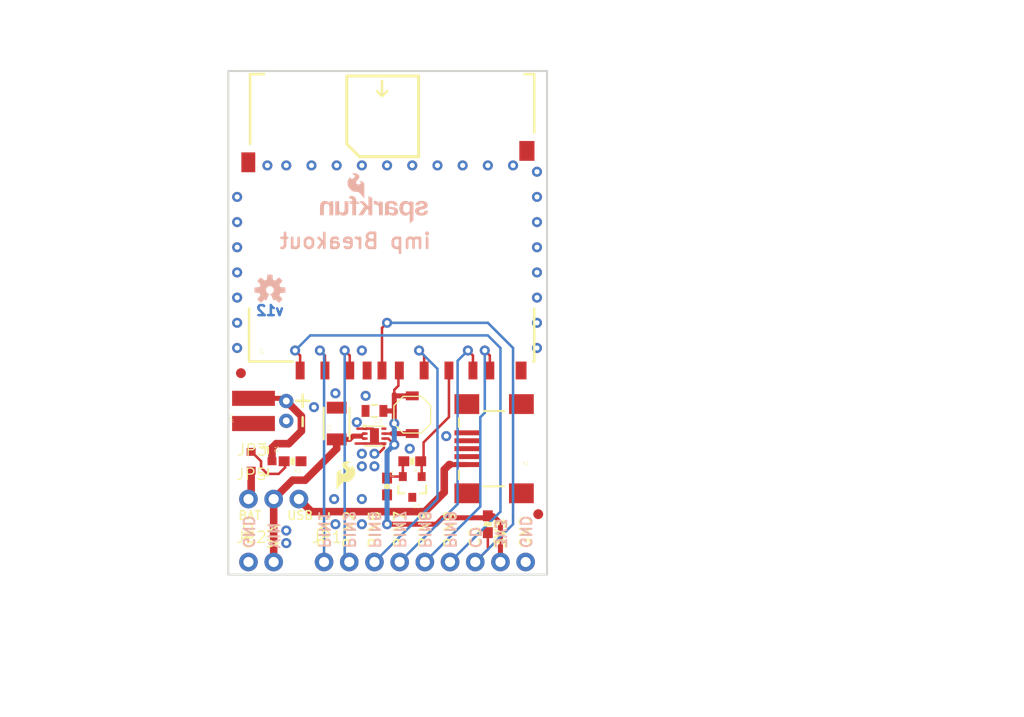
<source format=kicad_pcb>
(kicad_pcb (version 20211014) (generator pcbnew)
  (layers (0 "F.Cu" signal) (31 "B.Cu" signal) (34 "B.Paste" user) (35 "F.Paste" user) (36 "B.SilkS" user "B.Silkscreen") (37 "F.SilkS" user "F.Silkscreen") (38 "B.Mask" user) (39 "F.Mask" user) (44 "Edge.Cuts" user))
  (net 0 "")
  (net 1 "GND")
  (net 2 "3.3V")
  (net 3 "ID")
  (net 4 "VIN")
  (net 5 "PIN1")
  (net 6 "PIN2")
  (net 7 "PIN5")
  (net 8 "PIN7")
  (net 9 "PIN8")
  (net 10 "PIN9")
  (net 11 "CD")
  (net 12 "N$1")
  (net 13 "VUSB")
  (net 14 "N$6")
  (net 15 "N$2")
  (net 16 "VBAT")
  (footprint "boardEagle:USB-MINIB" (layer "F.Cu") (at 158.9786 117.7036 180)
    (fp_text reference "X1" (at -3.81 -1.27 180) (layer "F.SilkS") (effects (font (size 0.373888 0.373888) (thickness 0.032512)) (justify right top)))
    (fp_text value "USBSMD")
    (fp_line (start 3.3 2.2) (end 3.3 3.1) (layer "F.SilkS") (width 0.2032))
    (fp_line (start -1.3 -3.8) (end 0.8 -3.8) (layer "F.SilkS") (width 0.2032))
    (fp_line (start 3.3 -3.1) (end 3.3 -2.2) (layer "F.SilkS") (width 0.2032))
    (fp_line (start 0.8 3.8) (end -1.3 3.8) (layer "F.SilkS") (width 0.2032))
    (pad "" np_thru_hole circle (at 0 -2.2 180) (size 0.9 0.9) (drill 0.9) (layers *.Cu *.Mask))
    (pad "" np_thru_hole circle (at 0 2.2 180) (size 0.9 0.9) (drill 0.9) (layers *.Cu *.Mask))
    (pad "D+" smd rect (at 2.5 0 180) (size 2.5 0.5) (layers "F.Cu" "F.Paste" "F.Mask"))
    (pad "D-" smd rect (at 2.5 -0.8 180) (size 2.5 0.5) (layers "F.Cu" "F.Paste" "F.Mask"))
    (pad "GND" smd rect (at 2.5 1.6 180) (size 2.5 0.5) (layers "F.Cu" "F.Paste" "F.Mask") (net 1 "GND"))
    (pad "ID" smd rect (at 2.5 0.8 180) (size 2.5 0.5) (layers "F.Cu" "F.Paste" "F.Mask"))
    (pad "MTN1" smd rect (at -3 -4.5 180) (size 2.5 2) (layers "F.Cu" "F.Paste" "F.Mask"))
    (pad "MTN2" smd rect (at 2.5 -4.5 180) (size 2.5 2) (layers "F.Cu" "F.Paste" "F.Mask"))
    (pad "MTN3" smd rect (at -3 4.5 180) (size 2.5 2) (layers "F.Cu" "F.Paste" "F.Mask"))
    (pad "MTN4" smd rect (at 2.5 4.5 180) (size 2.5 2) (layers "F.Cu" "F.Paste" "F.Mask"))
    (pad "VBUS" smd rect (at 2.5 -1.6 180) (size 2.5 0.5) (layers "F.Cu" "F.Paste" "F.Mask") (net 13 "VUSB"))
  )
  (footprint "boardEagle:1X09_NO_SILK" (layer "F.Cu") (at 142.0876 129.1336)
    (fp_text reference "JP1" (at -1.3462 -1.8288) (layer "F.SilkS") (effects (font (size 1.143 1.143) (thickness 0.127)) (justify left bottom)))
    (fp_text value "M09NO_SILK")
    (pad "1" thru_hole circle (at 0 0 90) (size 1.8796 1.8796) (drill 1.016) (layers *.Cu *.Mask) (net 5 "PIN1"))
    (pad "2" thru_hole circle (at 2.54 0 90) (size 1.8796 1.8796) (drill 1.016) (layers *.Cu *.Mask) (net 6 "PIN2"))
    (pad "3" thru_hole circle (at 5.08 0 90) (size 1.8796 1.8796) (drill 1.016) (layers *.Cu *.Mask) (net 7 "PIN5"))
    (pad "4" thru_hole circle (at 7.62 0 90) (size 1.8796 1.8796) (drill 1.016) (layers *.Cu *.Mask) (net 8 "PIN7"))
    (pad "5" thru_hole circle (at 10.16 0 90) (size 1.8796 1.8796) (drill 1.016) (layers *.Cu *.Mask) (net 9 "PIN8"))
    (pad "6" thru_hole circle (at 12.7 0 90) (size 1.8796 1.8796) (drill 1.016) (layers *.Cu *.Mask) (net 10 "PIN9"))
    (pad "7" thru_hole circle (at 15.24 0 90) (size 1.8796 1.8796) (drill 1.016) (layers *.Cu *.Mask) (net 11 "CD"))
    (pad "8" thru_hole circle (at 17.78 0 90) (size 1.8796 1.8796) (drill 1.016) (layers *.Cu *.Mask) (net 2 "3.3V"))
    (pad "9" thru_hole circle (at 20.32 0 90) (size 1.8796 1.8796) (drill 1.016) (layers *.Cu *.Mask) (net 1 "GND"))
  )
  (footprint "boardEagle:1X02_SMD" (layer "F.Cu") (at 134.9756 113.8936 180)
    (fp_text reference "JP3" (at -1.5 -3.27 180) (layer "F.SilkS") (effects (font (size 1.143 1.143) (thickness 0.127)) (justify right top)))
    (fp_text value "")
    (pad "1" smd rect (at 0 -1.27 180) (size 4.318 1.524) (layers "F.Cu" "F.Paste" "F.Mask") (net 1 "GND"))
    (pad "2" smd rect (at 0 1.27 180) (size 4.318 1.524) (layers "F.Cu" "F.Paste" "F.Mask") (net 16 "VBAT"))
  )
  (footprint "boardEagle:0603-RES" (layer "F.Cu") (at 150.9776 118.9736 180)
    (fp_text reference "R1" (at -0.889 -0.762 180) (layer "F.SilkS") (effects (font (size 0.373888 0.373888) (thickness 0.032512)) (justify right top)))
    (fp_text value "100k")
    (fp_poly (pts (xy -0.2286 0.381) (xy 0.2286 0.381) (xy 0.2286 -0.381) (xy -0.2286 -0.381)) (layer "F.SilkS") (width 0) (fill solid))
    (pad "1" smd rect (at -0.85 0 180) (size 1.1 1) (layers "F.Cu" "F.Paste" "F.Mask") (net 3 "ID"))
    (pad "2" smd rect (at 0.85 0 180) (size 1.1 1) (layers "F.Cu" "F.Paste" "F.Mask") (net 2 "3.3V"))
  )
  (footprint "boardEagle:0603-CAP" (layer "F.Cu") (at 148.4376 121.5136 -90)
    (fp_text reference "C4" (at -0.889 -0.762 -90) (layer "F.SilkS") (effects (font (size 0.373888 0.373888) (thickness 0.032512)) (justify left bottom)))
    (fp_text value "0.1uF")
    (fp_line (start 0 -0.0305) (end 0 0.0305) (layer "F.SilkS") (width 0.5588))
    (pad "1" smd rect (at -0.85 0 270) (size 1.1 1) (layers "F.Cu" "F.Paste" "F.Mask") (net 2 "3.3V"))
    (pad "2" smd rect (at 0.85 0 270) (size 1.1 1) (layers "F.Cu" "F.Paste" "F.Mask") (net 1 "GND"))
  )
  (footprint "boardEagle:SOT23-3" (layer "F.Cu") (at 150.9776 121.5136 180)
    (fp_text reference "U3" (at -0.8255 -1.778 180) (layer "F.SilkS") (effects (font (size 0.373888 0.373888) (thickness 0.032512)) (justify right top)))
    (fp_text value "ATSHA204-TSU")
    (fp_line (start -1.4 -0.7) (end -1.4 0.1) (layer "F.SilkS") (width 0.2032))
    (fp_line (start -0.8 -0.7) (end -1.4 -0.7) (layer "F.SilkS") (width 0.2032))
    (fp_line (start 1.4 -0.7) (end 1.4 0.1) (layer "F.SilkS") (width 0.2032))
    (fp_line (start 0.8 -0.7) (end 1.4 -0.7) (layer "F.SilkS") (width 0.2032))
    (pad "1" smd rect (at -0.95 1 180) (size 0.8 0.9) (layers "F.Cu" "F.Paste" "F.Mask") (net 3 "ID"))
    (pad "2" smd rect (at 0.95 1 180) (size 0.8 0.9) (layers "F.Cu" "F.Paste" "F.Mask") (net 2 "3.3V"))
    (pad "3" smd rect (at 0 -1.1 180) (size 0.8 0.9) (layers "F.Cu" "F.Paste" "F.Mask") (net 1 "GND"))
  )
  (footprint "boardEagle:FIDUCIAL-1X2" (layer "F.Cu") (at 163.6776 124.3076)
    (fp_text reference "FID2" hide)
    (fp_text value "FIDUCIAL1X2" hide)
    (pad "1" smd roundrect (at 0 0) (size 1 1) (layers "F.Cu" "F.Mask") (roundrect_rratio 0.5))
  )
  (footprint "boardEagle:JST-2-PTH-NS" (layer "F.Cu") (at 138.2776 113.8936 90)
    (fp_text reference "JP4" (at -1.27 -5.27 90) (layer "F.SilkS") (effects (font (size 0.373888 0.373888) (thickness 0.032512)) (justify left bottom)))
    (fp_text value "")
    (pad "1" thru_hole circle (at -1 0 90) (size 1.4478 1.4478) (drill 0.7) (layers *.Cu *.Mask) (net 1 "GND"))
    (pad "2" thru_hole circle (at 1 0 90) (size 1.4478 1.4478) (drill 0.7) (layers *.Cu *.Mask) (net 16 "VBAT"))
  )
  (footprint "boardEagle:WSON-8-PAD" (layer "F.Cu") (at 147.1676 116.4336 -90)
    (fp_text reference "U2" hide)
    (fp_text value "TPS62172" hide)
    (fp_line (start -1 -1) (end -1 1) (layer "F.SilkS") (width 0.127))
    (fp_line (start 1 -1) (end 1 1) (layer "F.SilkS") (width 0.127))
    (fp_circle (center -1 1) (end -0.95 1) (layer "F.SilkS") (width 0.127) (fill none))
    (pad "1" smd rect (at -0.75 0.95 270) (size 0.25 0.5) (layers "F.Cu" "F.Paste" "F.Mask") (net 1 "GND"))
    (pad "2" smd rect (at -0.25 0.95 270) (size 0.25 0.5) (layers "F.Cu" "F.Paste" "F.Mask") (net 4 "VIN"))
    (pad "3" smd rect (at 0.25 0.95 270) (size 0.25 0.5) (layers "F.Cu" "F.Paste" "F.Mask") (net 4 "VIN"))
    (pad "4" smd rect (at 0.75 0.95 270) (size 0.25 0.5) (layers "F.Cu" "F.Paste" "F.Mask") (net 1 "GND"))
    (pad "5" smd rect (at 0.75 -0.95 270) (size 0.25 0.5) (layers "F.Cu" "F.Paste" "F.Mask") (net 1 "GND"))
    (pad "6" smd rect (at 0.25 -0.95 270) (size 0.25 0.5) (layers "F.Cu" "F.Paste" "F.Mask") (net 2 "3.3V"))
    (pad "7" smd rect (at -0.25 -0.95 270) (size 0.25 0.5) (layers "F.Cu" "F.Paste" "F.Mask") (net 12 "N$1"))
    (pad "8" smd rect (at -0.75 -0.95 270) (size 0.25 0.5) (layers "F.Cu" "F.Paste" "F.Mask"))
    (pad "PAD" smd rect (at 0 0 270) (size 1.6 0.9) (layers "F.Cu" "F.Mask") (net 1 "GND"))
  )
  (footprint "boardEagle:SFE-LOGO-FLAME" (layer "F.Cu") (at 143.3576 121.7676)
    (fp_text reference "JP6" hide)
    (fp_text value "LOGO-SFESK" hide)
    (fp_poly (pts (xy 1.126002 -2.808203) (xy 1.215449 -2.785829) (xy 1.228477 -2.780783) (xy 1.240149 -2.774875) (xy 1.25686 -2.766576) (xy 1.275552 -2.759834) (xy 1.371694 -2.7026) (xy 1.3793 -2.7026) (xy 1.3793 -2.6772) (xy 1.306833 -2.6772) (xy 1.208418 -2.657914) (xy 1.074855 -2.495286) (xy 1.079365 -2.436825) (xy 1.12809 -2.341869) (xy 1.204666 -2.265196) (xy 1.294069 -2.200638) (xy 1.369348 -2.168824) (xy 1.450737 -2.171632) (xy 1.458864 -2.174186) (xy 1.466257 -2.177389) (xy 1.530514 -2.236956) (xy 1.5368 -2.259812) (xy 1.5368 -2.377938) (xy 1.763707 -2.148127) (xy 1.868186 -1.856841) (xy 1.871603 -1.856894) (xy 1.87806 -1.650435) (xy 1.848857 -1.45742) (xy 1.785308 -1.272842) (xy 1.6663 -1.061578) (xy 1.6663 -1.080581) (xy 1.378131 -0.80901) (xy 0.982239 -0.6985) (xy 0.753005 -0.6985) (xy 0.716201 -0.692046) (xy 0.681776 -0.679592) (xy 0.496322 -0.541784) (xy -0.0126 0.03091) (xy -0.0126 -1.52077) (xy 0.060004 -1.761967) (xy 0.168295 -1.865489) (xy 0.307122 -1.917522) (xy 0.4039 -1.925089) (xy 0.499384 -1.917623) (xy 0.55991 -1.908099) (xy 0.557788 -1.884433) (xy 0.522216 -1.885242) (xy 0.501784 -1.876141) (xy 0.420519 -1.817154) (xy 0.400722 -1.79067) (xy 0.390395 -1.7285) (xy 0.400905 -1.665229) (xy 0.421405 -1.625174) (xy 0.452343 -1.592685) (xy 0.546535 -1.54355) (xy 0.652229 -1.531742) (xy 0.742768 -1.550084) (xy 0.82422 -1.589656) (xy 0.92203 -1.754659) (xy 0.907706 -1.848844) (xy 0.850914 -1.930401) (xy 0.584707 -2.263237) (xy 0.561667 -2.510855) (xy 0.627495 -2.621556) (xy 0.629042 -2.623103) (xy 0.778901 -2.74712) (xy 1.032676 -2.817064)) (layer "F.SilkS") (width 0) (fill solid))
  )
  (footprint "boardEagle:0603-RES" (layer "F.Cu") (at 158.5976 125.3236 90)
    (fp_text reference "R2" (at -0.889 -0.762 90) (layer "F.SilkS") (effects (font (size 0.373888 0.373888) (thickness 0.032512)) (justify left bottom)))
    (fp_text value "dnp")
    (fp_poly (pts (xy -0.2286 0.381) (xy 0.2286 0.381) (xy 0.2286 -0.381) (xy -0.2286 -0.381)) (layer "F.SilkS") (width 0) (fill solid))
    (pad "1" smd rect (at -0.85 0 90) (size 1.1 1) (layers "F.Cu" "F.Paste" "F.Mask") (net 11 "CD"))
    (pad "2" smd rect (at 0.85 0 90) (size 1.1 1) (layers "F.Cu" "F.Paste" "F.Mask") (net 2 "3.3V"))
  )
  (footprint "boardEagle:1X02_NO_SILK" (layer "F.Cu") (at 134.4676 129.1336)
    (fp_text reference "JP2" (at -1.3462 -1.8288) (layer "F.SilkS") (effects (font (size 1.143 1.143) (thickness 0.127)) (justify left bottom)))
    (fp_text value "")
    (pad "1" thru_hole circle (at 0 0 90) (size 1.8796 1.8796) (drill 1.016) (layers *.Cu *.Mask) (net 1 "GND"))
    (pad "2" thru_hole circle (at 2.54 0 90) (size 1.8796 1.8796) (drill 1.016) (layers *.Cu *.Mask) (net 4 "VIN"))
  )
  (footprint "boardEagle:SD_1_1" (layer "F.Cu") (at 148.9456 108.8136 90)
    (fp_text reference "U4" (at 0.54 -12.94 90) (layer "F.SilkS") (effects (font (size 0.373888 0.373888) (thickness 0.032512)) (justify left bottom)))
    (fp_text value "ELECTRIC_IMP")
    (fp_line (start -0.095 14.238) (end -0.095 14.327) (layer "F.SilkS") (width 0.254))
    (fp_line (start 21.849 -14.318) (end 28.888 -14.318) (layer "F.SilkS") (width 0.254))
    (fp_line (start -0.095 -10.019) (end -0.095 -14.418) (layer "F.SilkS") (width 0.254))
    (fp_line (start 28.888 14.327) (end 28.888 13.349) (layer "F.SilkS") (width 0.254))
    (fp_line (start 28.888 -14.318) (end 28.9 -12.9) (layer "F.SilkS") (width 0.254))
    (fp_line (start -0.095 14.327) (end 5.239 14.327) (layer "F.SilkS") (width 0.254))
    (fp_line (start -0.095 -14.418) (end 5.239 -14.418) (layer "F.SilkS") (width 0.254))
    (fp_line (start 23.011 14.327) (end 28.888 14.327) (layer "F.SilkS") (width 0.254))
    (pad "" np_thru_hole circle (at 23.3 12.32 90) (size 1.55 1.55) (drill 1.55) (layers *.Cu *.Mask))
    (pad "" np_thru_hole circle (at 23.3 -11.94 90) (size 1.55 1.55) (drill 1.55) (layers *.Cu *.Mask))
    (pad "1" smd rect (at -1 -6.77 90) (size 1.8 0.9) (layers "F.Cu" "F.Paste" "F.Mask") (net 5 "PIN1"))
    (pad "2" smd rect (at -1 -4.27 90) (size 1.8 0.9) (layers "F.Cu" "F.Paste" "F.Mask") (net 6 "PIN2"))
    (pad "3" smd rect (at -1 -2.52 90) (size 1.8 0.9) (layers "F.Cu" "F.Paste" "F.Mask") (net 1 "GND"))
    (pad "4" smd rect (at -1 0.73 90) (size 1.8 0.9) (layers "F.Cu" "F.Paste" "F.Mask") (net 2 "3.3V"))
    (pad "5" smd rect (at -1 3.23 90) (size 1.8 0.9) (layers "F.Cu" "F.Paste" "F.Mask") (net 7 "PIN5"))
    (pad "6" smd rect (at -1 5.73 90) (size 1.8 0.9) (layers "F.Cu" "F.Paste" "F.Mask") (net 3 "ID"))
    (pad "7" smd rect (at -1 8.15 90) (size 1.8 0.9) (layers "F.Cu" "F.Paste" "F.Mask") (net 8 "PIN7"))
    (pad "8" smd rect (at -1 9.85 90) (size 1.8 0.9) (layers "F.Cu" "F.Paste" "F.Mask") (net 9 "PIN8"))
    (pad "9" smd rect (at -1 -9.27 90) (size 1.8 0.9) (layers "F.Cu" "F.Paste" "F.Mask") (net 10 "PIN9"))
    (pad "CD" smd rect (at -1 -1.02 90) (size 1.8 0.9) (layers "F.Cu" "F.Paste" "F.Mask") (net 11 "CD"))
    (pad "SH@1" smd rect (at 20 -14.496 90) (size 2 1.4) (layers "F.Cu" "F.Paste" "F.Mask") (net 1 "GND"))
    (pad "SH@2" smd rect (at 21.15 13.589 90) (size 2 1.527) (layers "F.Cu" "F.Paste" "F.Mask") (net 1 "GND"))
    (pad "WP" smd rect (at -1 13 90) (size 1.8 1.1) (layers "F.Cu" "F.Paste" "F.Mask"))
  )
  (footprint "boardEagle:FIDUCIAL-1X2" (layer "F.Cu") (at 133.7056 110.0836)
    (fp_text reference "FID1" hide)
    (fp_text value "FIDUCIAL1X2" hide)
    (pad "1" smd roundrect (at 0 0) (size 1 1) (layers "F.Cu" "F.Mask") (roundrect_rratio 0.5))
  )
  (footprint "boardEagle:VLF4012A" (layer "F.Cu") (at 150.9776 114.2746 90)
    (fp_text reference "L1" hide)
    (fp_text value "2.2uH" hide)
    (fp_line (start 0.925 -1.85) (end 1.85 -0.925) (layer "F.SilkS") (width 0.127))
    (fp_line (start -1.85 -0.925) (end -0.925 -1.85) (layer "F.SilkS") (width 0.127))
    (fp_line (start -0.925 1.85) (end 0.925 1.85) (layer "F.SilkS") (width 0.127))
    (fp_line (start -1.85 -0.925) (end -1.85 0.925) (layer "F.SilkS") (width 0.127))
    (fp_line (start 1.85 0.925) (end 0.925 1.85) (layer "F.SilkS") (width 0.127))
    (fp_line (start 1.85 -0.925) (end 1.85 0.925) (layer "F.SilkS") (width 0.127))
    (fp_line (start -0.925 -1.85) (end 0.925 -1.85) (layer "F.SilkS") (width 0.127))
    (fp_line (start -0.925 1.85) (end -1.85 0.925) (layer "F.SilkS") (width 0.127))
    (pad "P$1" smd rect (at -1.9 0 90) (size 0.9 1.3) (layers "F.Cu" "F.Paste" "F.Mask") (net 12 "N$1"))
    (pad "P$2" smd rect (at 1.9 0 90) (size 0.9 1.3) (layers "F.Cu" "F.Paste" "F.Mask") (net 2 "3.3V"))
  )
  (footprint "boardEagle:0805" (layer "F.Cu") (at 147.1676 113.8936 180)
    (fp_text reference "C2" (at -0.762 -0.8255 180) (layer "F.SilkS") (effects (font (size 0.373888 0.373888) (thickness 0.032512)) (justify right top)))
    (fp_text value "22uF")
    (fp_line (start -0.3 0.6) (end 0.3 0.6) (layer "F.SilkS") (width 0.1524))
    (fp_line (start -0.3 -0.6) (end 0.3 -0.6) (layer "F.SilkS") (width 0.1524))
    (pad "1" smd rect (at -0.9 0 180) (size 0.8 1.2) (layers "F.Cu" "F.Paste" "F.Mask") (net 2 "3.3V"))
    (pad "2" smd rect (at 0.9 0 180) (size 0.8 1.2) (layers "F.Cu" "F.Paste" "F.Mask") (net 1 "GND"))
  )
  (footprint "boardEagle:SOT23-3" (layer "F.Cu") (at 135.7376 118.9736 -90)
    (fp_text reference "Q1" (at -0.8255 -1.778 -90) (layer "F.SilkS") (effects (font (size 0.373888 0.373888) (thickness 0.032512)) (justify left bottom)))
    (fp_text value "DMG2307L-7")
    (fp_line (start 0.8 -0.7) (end 1.4 -0.7) (layer "F.SilkS") (width 0.2032))
    (fp_line (start -0.8 -0.7) (end -1.4 -0.7) (layer "F.SilkS") (width 0.2032))
    (fp_line (start -1.4 -0.7) (end -1.4 0.1) (layer "F.SilkS") (width 0.2032))
    (fp_line (start 1.4 -0.7) (end 1.4 0.1) (layer "F.SilkS") (width 0.2032))
    (pad "1" smd rect (at -0.95 1 270) (size 0.8 0.9) (layers "F.Cu" "F.Paste" "F.Mask") (net 15 "N$2"))
    (pad "2" smd rect (at 0.95 1 270) (size 0.8 0.9) (layers "F.Cu" "F.Paste" "F.Mask") (net 14 "N$6"))
    (pad "3" smd rect (at 0 -1.1 270) (size 0.8 0.9) (layers "F.Cu" "F.Paste" "F.Mask") (net 16 "VBAT"))
  )
  (footprint "boardEagle:CREATIVE_COMMONS" (layer "F.Cu") (at 129.739188 139.2936)
    (fp_text reference "FRAME1" hide)
    (fp_text value "FRAME-LETTER" hide)
  )
  (footprint "boardEagle:0603-RES" (layer "F.Cu") (at 138.9126 118.9736 180)
    (fp_text reference "R3" (at -0.889 -0.762 180) (layer "F.SilkS") (effects (font (size 0.373888 0.373888) (thickness 0.032512)) (justify right top)))
    (fp_text value "100k")
    (fp_poly (pts (xy -0.2286 0.381) (xy 0.2286 0.381) (xy 0.2286 -0.381) (xy -0.2286 -0.381)) (layer "F.SilkS") (width 0) (fill solid))
    (pad "1" smd rect (at -0.85 0 180) (size 1.1 1) (layers "F.Cu" "F.Paste" "F.Mask") (net 1 "GND"))
    (pad "2" smd rect (at 0.85 0 180) (size 1.1 1) (layers "F.Cu" "F.Paste" "F.Mask") (net 15 "N$2"))
  )
  (footprint "boardEagle:1X03_NO_SILK" (layer "F.Cu") (at 134.4676 122.7836)
    (fp_text reference "JP5" (at -1.3462 -1.8288) (layer "F.SilkS") (effects (font (size 1.143 1.143) (thickness 0.127)) (justify left bottom)))
    (fp_text value "")
    (pad "1" thru_hole circle (at 0 0 90) (size 1.8796 1.8796) (drill 1.016) (layers *.Cu *.Mask) (net 14 "N$6"))
    (pad "2" thru_hole circle (at 2.54 0 90) (size 1.8796 1.8796) (drill 1.016) (layers *.Cu *.Mask) (net 4 "VIN"))
    (pad "3" thru_hole circle (at 5.08 0 90) (size 1.8796 1.8796) (drill 1.016) (layers *.Cu *.Mask) (net 13 "VUSB"))
  )
  (footprint "boardEagle:REVISION" (layer "F.Cu") (at 141.3256 144.3736)
    (fp_text reference "U$3" hide)
    (fp_text value "REVISION" hide)
  )
  (footprint "boardEagle:1210" (layer "F.Cu") (at 143.3576 115.1636 90)
    (fp_text reference "C1" (at -0.8 -0.5 90) (layer "F.SilkS") (effects (font (size 0.373888 0.373888) (thickness 0.032512)) (justify left bottom)))
    (fp_text value "10uF")
    (fp_line (start -1.6 -1.3) (end 1.6 -1.3) (layer "F.SilkS") (width 0.2032))
    (fp_line (start -1.6 1.3) (end 1.6 1.3) (layer "F.SilkS") (width 0.2032))
    (pad "1" smd rect (at -1.6 0 90) (size 1.2 2) (layers "F.Cu" "F.Paste" "F.Mask") (net 4 "VIN"))
    (pad "2" smd rect (at 1.6 0 90) (size 1.2 2) (layers "F.Cu" "F.Paste" "F.Mask") (net 1 "GND"))
  )
  (footprint "boardEagle:OSHW-LOGO-S" (layer "B.Cu") (at 136.6266 101.7016 180)
    (fp_text reference "U$5" hide)
    (fp_text value "OSHW-LOGOS" hide)
    (fp_poly (pts (xy 0.301647 1.061351) (xy 0.42347 1.022344) (xy 0.537177 0.963769) (xy 0.92862 1.282946) (xy 1.282946 0.92862) (xy 0.961035 0.533823) (xy 1.057046 0.302084) (xy 1.5638 0.250561) (xy 1.5638 -0.250561) (xy 1.057046 -0.302084) (xy 0.961035 -0.533823) (xy 1.282946 -0.92862) (xy 0.92862 -1.282946) (xy 0.537177 -0.96377) (xy 0.356601 -1.056794) (xy 0.088679 -0.410073) (xy 0.326262 -0.2176) (xy 0.373649 -0.121468) (xy 0.392729 -0.010339) (xy 0.379464 0.101634) (xy 0.334947 0.205229) (xy 0.262842 0.291918) (xy 0.169087 0.354561) (xy 0.061406 0.387999) (xy -0.051342 0.38948) (xy -0.159868 0.358881) (xy -0.255234 0.298724) (xy -0.329589 0.213962) (xy -0.376813 0.111569) (xy -0.392176 0.005767) (xy -0.322923 -0.222565) (xy -0.249312 -0.303773) (xy 0.091677 -0.5081) (xy -0.12929 -0.5081) (xy -0.355332 -1.053732) (xy -0.506597 -0.983577) (xy -0.538922 -0.965192) (xy -0.92862 -1.282946) (xy -1.282946 -0.92862) (xy -0.961035 -0.533823) (xy -1.057046 -0.302084) (xy -1.5638 -0.250561) (xy -1.5638 0.250561) (xy -1.057046 0.302084) (xy -0.961035 0.533823) (xy -1.282946 0.92862) (xy -0.92862 1.282946) (xy -0.533823 0.961035) (xy -0.302084 1.057046) (xy -0.250561 1.5638) (xy 0.250561 1.5638)) (layer "B.SilkS") (width 0) (fill solid))
  )
  (footprint "boardEagle:SFE_LOGO_NAME_FLAME_.1" (layer "B.Cu") (at 153.0096 95.0976 180)
    (fp_text reference "JP7" hide)
    (fp_text value "SFE_LOGO_NAME_FLAME.1_INCH" hide)
    (fp_poly (pts (xy 5.9 2.38) (xy 5.91 2.38) (xy 5.91 2.02) (xy 5.9 2.02) (xy 5.88 2.03) (xy 5.77 2.03) (xy 5.67 2.02) (xy 5.59 2) (xy 5.52 1.96) (xy 5.47 1.9) (xy 5.43 1.83) (xy 5.41 1.76) (xy 5.39 1.67) (xy 5.39 0.94) (xy 5 0.94) (xy 5 2.29) (xy 5.05 2.3) (xy 5.09 2.31) (xy 5.14 2.31) (xy 5.19 2.32) (xy 5.23 2.33) (xy 5.33 2.35) (xy 5.37 2.36) (xy 5.37 2.09) (xy 5.41 2.16) (xy 5.45 2.21) (xy 5.5 2.27) (xy 5.55 2.31) (xy 5.62 2.35) (xy 5.68 2.37) (xy 5.75 2.39) (xy 5.89 2.39)) (layer "B.SilkS") (width 0) (fill solid))
    (fp_poly (pts (xy 10.95 2.38) (xy 11.06 2.35) (xy 11.15 2.3) (xy 11.22 2.23) (xy 11.27 2.15) (xy 11.3 2.05) (xy 11.32 1.94) (xy 11.33 1.81) (xy 11.33 0.94) (xy 10.94 0.94) (xy 10.94 1.74) (xy 10.93 1.82) (xy 10.92 1.89) (xy 10.91 1.95) (xy 10.88 2) (xy 10.85 2.04) (xy 10.8 2.07) (xy 10.75 2.08) (xy 10.69 2.09) (xy 10.61 2.08) (xy 10.55 2.07) (xy 10.5 2.04) (xy 10.46 1.99) (xy 10.43 1.94) (xy 10.4 1.87) (xy 10.39 1.78) (xy 10.39 0.94) (xy 10 0.94) (xy 10 2.36) (xy 10.37 2.36) (xy 10.37 2.16) (xy 10.38 2.16) (xy 10.42 2.22) (xy 10.46 2.26) (xy 10.51 2.3) (xy 10.57 2.34) (xy 10.69 2.38) (xy 10.75 2.39) (xy 10.81 2.39)) (layer "B.SilkS") (width 0) (fill solid))
    (fp_poly (pts (xy 4.32 2.38) (xy 4.38 2.38) (xy 4.43 2.37) (xy 4.48 2.35) (xy 4.53 2.34) (xy 4.58 2.32) (xy 4.7 2.23) (xy 4.73 2.19) (xy 4.75 2.15) (xy 4.77 2.1) (xy 4.78 2.05) (xy 4.78 1.18) (xy 4.79 1.16) (xy 4.79 1.07) (xy 4.8 1.05) (xy 4.8 1.03) (xy 4.81 1.01) (xy 4.81 0.98) (xy 4.82 0.96) (xy 4.83 0.95) (xy 4.83 0.94) (xy 4.44 0.94) (xy 4.44 0.95) (xy 4.43 0.96) (xy 4.43 0.97) (xy 4.42 0.98) (xy 4.42 1.01) (xy 4.41 1.02) (xy 4.41 1.08) (xy 4.39 1.05) (xy 4.36 1.03) (xy 4.34 1.01) (xy 4.31 0.99) (xy 4.28 0.98) (xy 4.25 0.96) (xy 4.13 0.92) (xy 4.1 0.92) (xy 4.07 0.91) (xy 4.03 0.91) (xy 4 0.9) (xy 3.89 0.9) (xy 3.84 0.91) (xy 3.79 0.91) (xy 3.75 0.92) (xy 3.7 0.94) (xy 3.66 0.96) (xy 3.63 0.98) (xy 3.59 1) (xy 3.56 1.03) (xy 3.54 1.06) (xy 3.51 1.1) (xy 3.49 1.13) (xy 3.48 1.18) (xy 3.46 1.22) (xy 3.46 1.27) (xy 3.45 1.32) (xy 3.47 1.43) (xy 3.5 1.52) (xy 3.54 1.59) (xy 3.61 1.65) (xy 3.68 1.69) (xy 3.76 1.72) (xy 3.84 1.74) (xy 3.93 1.75) (xy 4.01 1.54) (xy 3.98 1.53) (xy 3.96 1.52) (xy 3.95 1.51) (xy 3.91 1.49) (xy 3.9 1.48) (xy 3.88 1.47) (xy 3.85 1.41) (xy 3.85 1.39) (xy 3.84 1.37) (xy 3.84 1.32) (xy 3.85 1.29) (xy 3.85 1.27) (xy 3.86 1.25) (xy 3.87 1.24) (xy 3.88 1.22) (xy 3.9 1.21) (xy 3.91 1.2) (xy 3.95 1.18) (xy 3.97 1.18) (xy 3.99 1.17) (xy 4.01 1.17) (xy 4.03 1.16) (xy 4.08 1.16) (xy 4.13 1.17) (xy 4.18 1.17) (xy 4.22 1.19) (xy 4.26 1.2) (xy 4.29 1.22) (xy 4.31 1.24) (xy 4.33 1.27) (xy 4.35 1.29) (xy 4.37 1.35) (xy 4.38 1.37) (xy 4.39 1.4) (xy 4.39 1.63) (xy 4.37 1.61) (xy 4.35 1.61) (xy 4.31 1.59) (xy 4.29 1.59) (xy 4.27 1.58) (xy 4.23 1.58) (xy 4.18 1.78) (xy 4.25 1.8) (xy 4.31 1.82) (xy 4.36 1.85) (xy 4.39 1.89) (xy 4.39 2) (xy 4.36 2.06) (xy 4.35 2.07) (xy 4.34 2.09) (xy 4.28 2.12) (xy 4.26 2.12) (xy 4.24 2.13) (xy 4.06 2.13) (xy 3.96 2.08) (xy 3.92 2.04) (xy 3.91 2.02) (xy 3.9 1.99) (xy 3.89 1.97) (xy 3.89 1.92) (xy 3.5 1.92) (xy 3.52 2.04) (xy 3.54 2.1) (xy 3.57 2.14) (xy 3.6 2.19) (xy 3.63 2.23) (xy 3.67 2.26) (xy 3.77 2.32) (xy 3.82 2.34) (xy 3.87 2.35) (xy 3.93 2.37) (xy 3.99 2.38) (xy 4.04 2.39) (xy 4.27 2.39)) (layer "B.SilkS") (width 0) (fill solid))
    (fp_poly (pts (xy 6.45 1.85) (xy 6.94 2.36) (xy 7.4 2.36) (xy 6.87 1.84) (xy 7.46 0.94) (xy 6.99 0.94) (xy 6.6 1.57) (xy 6.45 1.43) (xy 6.45 0.94) (xy 6.06 0.94) (xy 6.06 2.68) (xy 6.45 2.89)) (layer "B.SilkS") (width 0) (fill solid))
    (fp_poly (pts (xy 1.31 2.37) (xy 1.41 2.34) (xy 1.5 2.3) (xy 1.58 2.24) (xy 1.64 2.16) (xy 1.69 2.06) (xy 1.71 1.94) (xy 1.34 1.94) (xy 1.33 1.99) (xy 1.31 2.04) (xy 1.29 2.07) (xy 1.26 2.09) (xy 1.22 2.11) (xy 1.17 2.13) (xy 1 2.13) (xy 0.97 2.12) (xy 0.93 2.11) (xy 0.9 2.1) (xy 0.86 2.04) (xy 0.86 2) (xy 0.87 1.96) (xy 0.9 1.92) (xy 0.94 1.89) (xy 1 1.86) (xy 1.06 1.84) (xy 1.14 1.83) (xy 1.38 1.77) (xy 1.47 1.75) (xy 1.61 1.67) (xy 1.67 1.62) (xy 1.71 1.56) (xy 1.74 1.49) (xy 1.75 1.4) (xy 1.73 1.27) (xy 1.69 1.16) (xy 1.63 1.08) (xy 1.55 1.01) (xy 1.45 0.96) (xy 1.34 0.93) (xy 1.22 0.91) (xy 1.1 0.9) (xy 0.98 0.91) (xy 0.86 0.93) (xy 0.75 0.96) (xy 0.65 1.01) (xy 0.57 1.08) (xy 0.5 1.17) (xy 0.46 1.27) (xy 0.44 1.4) (xy 0.81 1.4) (xy 0.81 1.34) (xy 0.83 1.29) (xy 0.86 1.25) (xy 0.94 1.19) (xy 1 1.18) (xy 1.05 1.17) (xy 1.11 1.16) (xy 1.15 1.17) (xy 1.19 1.17) (xy 1.23 1.18) (xy 1.27 1.2) (xy 1.31 1.23) (xy 1.34 1.26) (xy 1.36 1.34) (xy 1.35 1.38) (xy 1.33 1.42) (xy 1.29 1.45) (xy 1.24 1.48) (xy 1.18 1.5) (xy 1.02 1.54) (xy 0.92 1.56) (xy 0.83 1.58) (xy 0.75 1.61) (xy 0.68 1.64) (xy 0.61 1.68) (xy 0.55 1.72) (xy 0.51 1.78) (xy 0.48 1.85) (xy 0.47 1.94) (xy 0.48 2.06) (xy 0.52 2.16) (xy 0.59 2.24) (xy 0.66 2.3) (xy 0.76 2.35) (xy 0.86 2.37) (xy 0.97 2.39) (xy 1.2 2.39)) (layer "B.SilkS") (width 0) (fill solid))
    (fp_poly (pts (xy 8.37 2.88) (xy 8.37 2.6) (xy 8.2 2.6) (xy 8.16 2.59) (xy 8.12 2.57) (xy 8.1 2.54) (xy 8.09 2.52) (xy 8.09 2.48) (xy 8.08 2.44) (xy 8.08 2.36) (xy 8.35 2.36) (xy 8.35 2.1) (xy 8.08 2.1) (xy 8.08 0.94) (xy 7.7 0.94) (xy 7.7 2.1) (xy 7.31 2.1) (xy 7.35 2.13) (xy 7.51 2.29) (xy 7.55 2.32) (xy 7.58 2.36) (xy 7.7 2.36) (xy 7.7 2.56) (xy 7.73 2.64) (xy 7.76 2.71) (xy 7.81 2.77) (xy 7.88 2.82) (xy 7.96 2.86) (xy 8.06 2.89) (xy 8.35 2.89)) (layer "B.SilkS") (width 0) (fill solid))
    (fp_poly (pts (xy 3.34 1.63) (xy 3.33 1.49) (xy 3.3 1.36) (xy 3.25 1.24) (xy 2.91 1.4) (xy 2.94 1.48) (xy 2.95 1.56) (xy 2.95 1.64)) (layer "B.SilkS") (width 0) (fill solid))
    (fp_poly (pts (xy 2.85 2.38) (xy 2.99 2.33) (xy 3.1 2.26) (xy 3.19 2.16) (xy 3.26 2.05) (xy 3.3 1.92) (xy 3.33 1.78) (xy 3.34 1.63) (xy 2.95 1.64) (xy 2.95 1.73) (xy 2.94 1.81) (xy 2.91 1.89) (xy 2.88 1.96) (xy 2.83 2.02) (xy 2.77 2.06) (xy 2.7 2.09) (xy 2.61 2.1) (xy 2.53 2.09) (xy 2.45 2.06) (xy 2.4 2.02) (xy 2.35 1.96) (xy 2.32 1.89) (xy 2.29 1.81) (xy 2.28 1.73) (xy 2.28 1.56) (xy 2.32 1.4) (xy 2.35 1.33) (xy 2.4 1.28) (xy 2.46 1.23) (xy 2.53 1.21) (xy 2.62 1.2) (xy 2.7 1.21) (xy 2.78 1.23) (xy 2.84 1.28) (xy 2.88 1.33) (xy 2.91 1.4) (xy 3.25 1.24) (xy 3.19 1.13) (xy 3.1 1.04) (xy 2.99 0.96) (xy 2.87 0.92) (xy 2.72 0.9) (xy 2.54 0.93) (xy 2.48 0.96) (xy 2.38 1.02) (xy 2.3 1.12) (xy 2.29 1.12) (xy 2.29 0.1) (xy 2.2 0.19) (xy 2.05 0.31) (xy 1.96 0.4) (xy 1.91 0.44) (xy 1.91 2.29) (xy 1.95 2.3) (xy 2 2.31) (xy 2.05 2.31) (xy 2.09 2.32) (xy 2.14 2.33) (xy 2.18 2.34) (xy 2.28 2.36) (xy 2.28 2.18) (xy 2.32 2.23) (xy 2.36 2.27) (xy 2.41 2.31) (xy 2.51 2.37) (xy 2.63 2.39) (xy 2.7 2.39)) (layer "B.SilkS") (width 0) (fill solid))
    (fp_poly (pts (xy 7.95 5.16) (xy 8.03 5.13) (xy 8.09 5.1) (xy 8.13 5.07) (xy 8.14 5.06) (xy 8.11 5.06) (xy 8.08 5.07) (xy 8.05 5.07) (xy 8.01 5.06) (xy 7.96 5.05) (xy 7.92 5.03) (xy 7.88 5) (xy 7.86 4.97) (xy 7.85 4.94) (xy 7.84 4.92) (xy 7.83 4.89) (xy 7.84 4.86) (xy 7.85 4.82) (xy 7.87 4.79) (xy 7.89 4.75) (xy 7.92 4.72) (xy 7.95 4.7) (xy 7.99 4.67) (xy 8.02 4.65) (xy 8.1 4.61) (xy 8.17 4.61) (xy 8.2 4.62) (xy 8.23 4.64) (xy 8.25 4.7) (xy 8.25 4.78) (xy 8.33 4.74) (xy 8.41 4.65) (xy 8.48 4.53) (xy 8.53 4.39) (xy 8.56 4.23) (xy 8.55 4.05) (xy 8.5 3.87) (xy 8.4 3.69) (xy 8.33 3.6) (xy 8.25 3.52) (xy 8.17 3.45) (xy 8.07 3.39) (xy 7.97 3.35) (xy 7.86 3.32) (xy 7.74 3.3) (xy 7.55 3.3) (xy 7.49 3.29) (xy 7.44 3.26) (xy 7.34 3.18) (xy 7.29 3.12) (xy 7.16 2.99) (xy 7.11 2.92) (xy 7.05 2.86) (xy 7 2.8) (xy 6.95 2.75) (xy 6.92 2.71) (xy 6.89 2.68) (xy 6.87 2.65) (xy 6.86 2.65) (xy 6.86 3.93) (xy 6.88 4.11) (xy 6.9 4.17) (xy 6.93 4.23) (xy 6.96 4.28) (xy 7.01 4.31) (xy 7.05 4.34) (xy 7.15 4.38) (xy 7.21 4.39) (xy 7.29 4.39) (xy 7.33 4.38) (xy 7.35 4.38) (xy 7.37 4.37) (xy 7.36 4.36) (xy 7.32 4.34) (xy 7.29 4.33) (xy 7.25 4.29) (xy 7.23 4.26) (xy 7.22 4.23) (xy 7.22 4.2) (xy 7.23 4.17) (xy 7.25 4.13) (xy 7.28 4.1) (xy 7.31 4.08) (xy 7.36 4.06) (xy 7.41 4.05) (xy 7.49 4.05) (xy 7.57 4.07) (xy 7.63 4.11) (xy 7.67 4.16) (xy 7.69 4.22) (xy 7.69 4.29) (xy 7.66 4.36) (xy 7.59 4.44) (xy 7.51 4.53) (xy 7.44 4.61) (xy 7.39 4.7) (xy 7.37 4.79) (xy 7.37 4.87) (xy 7.4 4.96) (xy 7.45 5.03) (xy 7.54 5.11) (xy 7.65 5.17) (xy 7.76 5.19) (xy 7.86 5.19)) (layer "B.SilkS") (width 0) (fill solid))
    (fp_poly (pts (xy 8.85 1.56) (xy 8.87 1.4) (xy 8.88 1.34) (xy 8.94 1.26) (xy 8.99 1.23) (xy 9.04 1.22) (xy 9.1 1.21) (xy 9.18 1.22) (xy 9.24 1.23) (xy 9.29 1.26) (xy 9.33 1.3) (xy 9.36 1.36) (xy 9.39 1.43) (xy 9.4 1.51) (xy 9.4 2.36) (xy 9.79 2.36) (xy 9.79 0.94) (xy 9.42 0.94) (xy 9.42 1.14) (xy 9.41 1.14) (xy 9.37 1.08) (xy 9.33 1.03) (xy 9.28 0.99) (xy 9.22 0.96) (xy 9.17 0.94) (xy 9.11 0.92) (xy 9.04 0.91) (xy 8.98 0.9) (xy 8.84 0.91) (xy 8.73 0.95) (xy 8.64 1) (xy 8.57 1.06) (xy 8.52 1.15) (xy 8.49 1.25) (xy 8.47 1.36) (xy 8.47 2.36) (xy 8.85 2.36)) (layer "B.SilkS") (width 0) (fill solid))
    (fp_poly (pts (xy 4.23 1.58) (xy 4.21 1.57) (xy 4.19 1.57) (xy 4.16 1.56) (xy 4.12 1.56) (xy 4.09 1.55) (xy 4.05 1.55) (xy 4.03 1.54) (xy 4.01 1.54) (xy 3.93 1.75) (xy 4.11 1.77) (xy 4.18 1.78)) (layer "B.SilkS") (width 0) (fill solid))
  )
  (gr_line (start 140.5636 112.8776) (end 139.2936 112.8776) (layer "F.SilkS") (width 0.254))
  (gr_line (start 147.9296 82.1436) (end 148.4376 81.6356) (layer "F.SilkS") (width 0.254))
  (gr_line (start 139.9286 115.4176) (end 139.9286 114.5286) (layer "F.SilkS") (width 0.254))
  (gr_line (start 145.6436 88.2396) (end 151.6126 88.2396) (layer "F.SilkS") (width 0.3048))
  (gr_line (start 147.9296 82.1436) (end 147.9296 80.6196) (layer "F.SilkS") (width 0.254))
  (gr_line (start 139.9286 113.5126) (end 139.9286 112.2426) (layer "F.SilkS") (width 0.254))
  (gr_line (start 147.9296 82.1436) (end 147.4216 81.6356) (layer "F.SilkS") (width 0.254))
  (gr_line (start 151.6126 80.1116) (end 144.3736 80.1116) (layer "F.SilkS") (width 0.3048))
  (gr_line (start 144.3736 80.1116) (end 144.3736 86.9696) (layer "F.SilkS") (width 0.3048))
  (gr_line (start 151.6126 88.2396) (end 151.6126 80.1116) (layer "F.SilkS") (width 0.3048))
  (gr_line (start 144.3736 86.9696) (end 145.6436 88.2396) (layer "F.SilkS") (width 0.3048))
  (gr_line (start 164.5666 130.4036) (end 132.4356 130.4036) (layer "Edge.Cuts") (width 0.2032))
  (gr_line (start 164.5666 79.6036) (end 164.5666 130.4036) (layer "Edge.Cuts") (width 0.2032))
  (gr_line (start 132.4356 79.6036) (end 164.5666 79.6036) (layer "Edge.Cuts") (width 0.2032))
  (gr_line (start 132.4356 130.4036) (end 132.4356 79.6036) (layer "Edge.Cuts") (width 0.2032))
  (gr_text "v12" (at 138.1506 104.3686) (layer "B.Cu") (effects (font (size 1.016 1.016) (thickness 0.254)) (justify left bottom mirror)))
  (gr_text "GND" (at 162.4076 127.8636 -90) (layer "B.SilkS") (effects (font (size 1.0795 1.0795) (thickness 0.1905)) (justify left mirror)))
  (gr_text "GND" (at 134.4676 127.8636 -90) (layer "B.SilkS") (effects (font (size 1.0795 1.0795) (thickness 0.1905)) (justify left mirror)))
  (gr_text "PIN2" (at 144.6276 127.8636 -90) (layer "B.SilkS") (effects (font (size 1.0795 1.0795) (thickness 0.1905)) (justify left mirror)))
  (gr_text "3V3" (at 159.8676 127.8636 -90) (layer "B.SilkS") (effects (font (size 1.0795 1.0795) (thickness 0.1905)) (justify left mirror)))
  (gr_text "VIN" (at 137.0076 127.8636 -90) (layer "B.SilkS") (effects (font (size 1.0795 1.0795) (thickness 0.1905)) (justify left mirror)))
  (gr_text "imp Breakout" (at 153.0096 97.6376) (layer "B.SilkS") (effects (font (size 1.5113 1.5113) (thickness 0.2667)) (justify left bottom mirror)))
  (gr_text "PIN1" (at 142.0876 127.8636 -90) (layer "B.SilkS") (effects (font (size 1.0795 1.0795) (thickness 0.1905)) (justify left mirror)))
  (gr_text "PIN7" (at 149.7076 127.8636 -90) (layer "B.SilkS") (effects (font (size 1.0795 1.0795) (thickness 0.1905)) (justify left mirror)))
  (gr_text "PIN9" (at 154.7876 127.8636 -90) (layer "B.SilkS") (effects (font (size 1.0795 1.0795) (thickness 0.1905)) (justify left mirror)))
  (gr_text "PIN5" (at 147.1676 127.8636 -90) (layer "B.SilkS") (effects (font (size 1.0795 1.0795) (thickness 0.1905)) (justify left mirror)))
  (gr_text "CD" (at 157.3276 127.8636 -90) (layer "B.SilkS") (effects (font (size 1.0795 1.0795) (thickness 0.1905)) (justify left mirror)))
  (gr_text "PIN8" (at 152.2476 127.8636 -90) (layer "B.SilkS") (effects (font (size 1.0795 1.0795) (thickness 0.1905)) (justify left mirror)))
  (gr_text "GND" (at 162.4076 127.8636 90) (layer "F.SilkS") (effects (font (size 1.0795 1.0795) (thickness 0.1905)) (justify left)))
  (gr_text "PIN1" (at 142.0876 127.8636 90) (layer "F.SilkS") (effects (font (size 1.0795 1.0795) (thickness 0.1905)) (justify left)))
  (gr_text "CD" (at 157.3276 127.8636 90) (layer "F.SilkS") (effects (font (size 1.0795 1.0795) (thickness 0.1905)) (justify left)))
  (gr_text "3V3" (at 159.8676 127.8636 90) (layer "F.SilkS") (effects (font (size 1.0795 1.0795) (thickness 0.1905)) (justify left)))
  (gr_text "PIN5" (at 147.1676 127.8636 90) (layer "F.SilkS") (effects (font (size 1.0795 1.0795) (thickness 0.1905)) (justify left)))
  (gr_text "GND" (at 134.4676 127.8636 90) (layer "F.SilkS") (effects (font (size 0.8636 0.8636) (thickness 0.1524)) (justify left)))
  (gr_text "PIN7" (at 149.7076 127.8636 90) (layer "F.SilkS") (effects (font (size 1.0795 1.0795) (thickness 0.1905)) (justify left)))
  (gr_text "PIN2" (at 144.6276 127.8636 90) (layer "F.SilkS") (effects (font (size 1.0795 1.0795) (thickness 0.1905)) (justify left)))
  (gr_text "PIN8" (at 152.2476 127.8636 90) (layer "F.SilkS") (effects (font (size 1.0795 1.0795) (thickness 0.1905)) (justify left)))
  (gr_text "BAT" (at 134.5946 124.4346) (layer "F.SilkS") (effects (font (size 0.8636 0.8636) (thickness 0.1524))))
  (gr_text "VIN" (at 137.0076 127.8636 90) (layer "F.SilkS") (effects (font (size 1.0795 1.0795) (thickness 0.1905)) (justify left)))
  (gr_text "PIN9" (at 154.7876 127.8636 90) (layer "F.SilkS") (effects (font (size 1.0795 1.0795) (thickness 0.1905)) (justify left)))
  (gr_text "USB" (at 139.6746 124.4346) (layer "F.SilkS") (effects (font (size 0.8636 0.8636) (thickness 0.1524))))
  (segment (start 148.1176 117.1836) (end 148.1176 117.6426) (width 0.254) (layer "F.Cu") (net 1))
  (segment (start 146.2176 115.6836) (end 147.0286 115.6836) (width 0.254) (layer "F.Cu") (net 1))
  (segment (start 148.1226 117.1836) (end 146.2176 117.1836) (width 0.254) (layer "F.Cu") (net 1))
  (segment (start 145.4506 115.6836) (end 146.2176 115.6836) (width 0.254) (layer "F.Cu") (net 1))
  (segment (start 146.2666 115.6836) (end 146.2176 115.6836) (width 0.254) (layer "F.Cu") (net 1))
  (segment (start 146.2176 117.1836) (end 145.2746 117.1836) (width 0.254) (layer "F.Cu") (net 1))
  (segment (start 148.1176 117.6426) (end 147.6756 118.0846) (width 0.254) (layer "F.Cu") (net 1))
  (via (at 156.0576 89.1286) (size 1.016) (drill 0.508) (layers "F.Cu" "B.Cu") (net 1))
  (via (at 150.7236 117.7036) (size 1.016) (drill 0.508) (layers "F.Cu" "B.Cu") (net 1))
  (via (at 145.8976 119.4816) (size 1.016) (drill 0.508) (layers "F.Cu" "B.Cu") (net 1))
  (via (at 163.5506 89.7636) (size 1.016) (drill 0.508) (layers "F.Cu" "B.Cu") (net 1))
  (via (at 146.2786 112.3696) (size 1.016) (drill 0.508) (layers "F.Cu" "B.Cu") (net 1))
  (via (at 163.5506 97.3836) (size 1.016) (drill 0.508) (layers "F.Cu" "B.Cu") (net 1))
  (via (at 133.3246 107.5436) (size 1.016) (drill 0.508) (layers "F.Cu" "B.Cu") (net 1))
  (via (at 161.1376 89.1286) (size 1.016) (drill 0.508) (layers "F.Cu" "B.Cu") (net 1))
  (via (at 158.5976 89.1286) (size 1.016) (drill 0.508) (layers "F.Cu" "B.Cu") (net 1))
  (via (at 153.5176 89.1286) (size 1.016) (drill 0.508) (layers "F.Cu" "B.Cu") (net 1))
  (via (at 163.5506 107.5436) (size 1.016) (drill 0.508) (layers "F.Cu" "B.Cu") (net 1))
  (via (at 138.2776 89.1286) (size 1.016) (drill 0.508) (layers "F.Cu" "B.Cu") (net 1))
  (via (at 138.2776 125.9586) (size 1.016) (drill 0.508) (layers "F.Cu" "B.Cu") (net 1))
  (via (at 143.2306 125.3236) (size 1.016) (drill 0.508) (layers "F.Cu" "B.Cu") (net 1))
  (via (at 154.4066 116.4336) (size 1.016) (drill 0.508) (layers "F.Cu" "B.Cu") (net 1))
  (via (at 148.4376 89.1286) (size 1.016) (drill 0.508) (layers "F.Cu" "B.Cu") (net 1))
  (via (at 133.3246 94.8436) (size 1.016) (drill 0.508) (layers "F.Cu" "B.Cu") (net 1))
  (via (at 147.1676 118.2116) (size 1.016) (drill 0.508) (layers "F.Cu" "B.Cu") (net 1))
  (via (at 145.8976 89.1286) (size 1.016) (drill 0.508) (layers "F.Cu" "B.Cu") (net 1))
  (via (at 163.5506 105.0036) (size 1.016) (drill 0.508) (layers "F.Cu" "B.Cu") (net 1))
  (via (at 140.8176 89.1286) (size 1.016) (drill 0.508) (layers "F.Cu" "B.Cu") (net 1))
  (via (at 145.8976 122.7836) (size 1.016) (drill 0.508) (layers "F.Cu" "B.Cu") (net 1))
  (via (at 145.8976 118.2116) (size 1.016) (drill 0.508) (layers "F.Cu" "B.Cu") (net 1))
  (via (at 138.2776 127.2286) (size 1.016) (drill 0.508) (layers "F.Cu" "B.Cu") (net 1))
  (via (at 143.1036 122.7836) (size 1.016) (drill 0.508) (layers "F.Cu" "B.Cu") (net 1))
  (via (at 141.0716 113.5126) (size 1.016) (drill 0.508) (layers "F.Cu" "B.Cu") (net 1))
  (via (at 163.5506 99.9236) (size 1.016) (drill 0.508) (layers "F.Cu" "B.Cu") (net 1))
  (via (at 133.3246 102.4636) (size 1.016) (drill 0.508) (layers "F.Cu" "B.Cu") (net 1))
  (via (at 163.5506 94.8436) (size 1.016) (drill 0.508) (layers "F.Cu" "B.Cu") (net 1))
  (via (at 133.3246 92.3036) (size 1.016) (drill 0.508) (layers "F.Cu" "B.Cu") (net 1))
  (via (at 145.8976 107.7976) (size 1.016) (drill 0.508) (layers "F.Cu" "B.Cu") (net 1))
  (via (at 145.8976 125.3236) (size 1.016) (drill 0.508) (layers "F.Cu" "B.Cu") (net 1))
  (via (at 133.3246 99.9236) (size 1.016) (drill 0.508) (layers "F.Cu" "B.Cu") (net 1))
  (via (at 133.3246 105.0036) (size 1.016) (drill 0.508) (layers "F.Cu" "B.Cu") (net 1))
  (via (at 136.3726 89.1286) (size 1.016) (drill 0.508) (layers "F.Cu" "B.Cu") (net 1))
  (via (at 143.3576 89.1286) (size 1.016) (drill 0.508) (layers "F.Cu" "B.Cu") (net 1))
  (via (at 145.3896 115.0366) (size 1.016) (drill 0.508) (layers "F.Cu" "B.Cu") (net 1))
  (via (at 143.2306 112.1156) (size 1.016) (drill 0.508) (layers "F.Cu" "B.Cu") (net 1))
  (via (at 163.5506 92.3036) (size 1.016) (drill 0.508) (layers "F.Cu" "B.Cu") (net 1))
  (via (at 150.9776 89.1286) (size 1.016) (drill 0.508) (layers "F.Cu" "B.Cu") (net 1))
  (via (at 147.1676 119.4816) (size 1.016) (drill 0.508) (layers "F.Cu" "B.Cu") (net 1))
  (via (at 133.3246 97.3836) (size 1.016) (drill 0.508) (layers "F.Cu" "B.Cu") (net 1))
  (via (at 163.5506 102.4636) (size 1.016) (drill 0.508) (layers "F.Cu" "B.Cu") (net 1))
  (segment (start 149.1676 112.2426) (end 149.1676 113.8936) (width 0.508) (layer "F.Cu") (net 2))
  (segment (start 150.0276 120.5136) (end 148.5876 120.5136) (width 0.254) (layer "F.Cu") (net 2))
  (segment (start 153.3906 125.3236) (end 148.4376 125.3236) (width 0.508) (layer "F.Cu") (net 2))
  (segment (start 149.1676 117.2906) (end 148.4376 118.0206) (width 0.254) (layer "F.Cu") (net 2))
  (segment (start 149.1676 111.7666) (end 149.5806 111.3536) (width 0.254) (layer "F.Cu") (net 2))
  (segment (start 154.0406 124.6736) (end 158.3976 124.6736) (width 0.508) (layer "F.Cu") (net 2))
  (segment (start 150.0276 119.0736) (end 150.1276 118.9736) (width 0.254) (layer "F.Cu") (net 2))
  (segment (start 159.1446 124.4736) (end 159.8676 125.1966) (width 0.508) (layer "F.Cu") (net 2))
  (segment (start 149.5806 111.3536) (end 149.5806 109.9086) (width 0.254) (layer "F.Cu") (net 2))
  (segment (start 149.5806 109.9086) (end 149.6756 109.8136) (width 0.254) (layer "F.Cu") (net 2))
  (segment (start 149.2996 112.3746) (end 149.1676 112.2426) (width 0.508) (layer "F.Cu") (net 2))
  (segment (start 148.4376 118.0206) (end 148.4376 120.6636) (width 0.254) (layer "F.Cu") (net 2))
  (segment (start 159.8676 129.1336) (end 159.8676 125.1966) (width 0.508) (layer "F.Cu") (net 2))
  (segment (start 158.3976 124.6736) (end 158.5976 124.4736) (width 0.508) (layer "F.Cu") (net 2))
  (segment (start 150.0276 120.5136) (end 150.0276 119.0736) (width 0.254) (layer "F.Cu") (net 2))
  (segment (start 149.1676 112.2426) (end 149.1676 111.7666) (width 0.254) (layer "F.Cu") (net 2))
  (segment (start 148.0676 113.8936) (end 149.1676 113.8936) (width 0.508) (layer "F.Cu") (net 2))
  (segment (start 148.5606 116.6836) (end 149.1676 117.2906) (width 0.254) (layer "F.Cu") (net 2))
  (segment (start 150.9776 112.3746) (end 149.2996 112.3746) (width 0.508) (layer "F.Cu") (net 2))
  (segment (start 154.0406 124.6736) (end 153.3906 125.3236) (width 0.508) (layer "F.Cu") (net 2))
  (segment (start 158.5976 124.4736) (end 159.1446 124.4736) (width 0.508) (layer "F.Cu") (net 2))
  (segment (start 148.5876 120.5136) (end 148.4376 120.6636) (width 0.254) (layer "F.Cu") (net 2))
  (segment (start 148.1176 116.6836) (end 148.5606 116.6836) (width 0.254) (layer "F.Cu") (net 2))
  (segment (start 149.1676 113.8936) (end 149.1676 115.1636) (width 0.508) (layer "F.Cu") (net 2))
  (via (at 149.1676 115.1636) (size 1.016) (drill 0.508) (layers "F.Cu" "B.Cu") (net 2))
  (via (at 148.4376 125.3236) (size 1.016) (drill 0.508) (layers "F.Cu" "B.Cu") (net 2))
  (via (at 149.1676 117.2906) (size 1.016) (drill 0.508) (layers "F.Cu" "B.Cu") (net 2))
  (segment (start 148.4376 118.0206) (end 149.1676 117.2906) (width 0.508) (layer "B.Cu") (net 2))
  (segment (start 149.1676 115.1636) (end 149.1676 117.2906) (width 0.508) (layer "B.Cu") (net 2))
  (segment (start 148.4376 125.3236) (end 148.4376 118.0206) (width 0.508) (layer "B.Cu") (net 2))
  (segment (start 154.6756 109.8136) (end 154.6756 114.5136) (width 0.254) (layer "F.Cu") (net 3))
  (segment (start 152.1206 118.6806) (end 151.8276 118.9736) (width 0.254) (layer "F.Cu") (net 3))
  (segment (start 154.6756 114.5136) (end 152.1206 117.0686) (width 0.254) (layer "F.Cu") (net 3))
  (segment (start 151.9276 119.0736) (end 151.8276 118.9736) (width 0.254) (layer "F.Cu") (net 3))
  (segment (start 151.9276 120.5136) (end 151.9276 119.0736) (width 0.254) (layer "F.Cu") (net 3))
  (segment (start 152.1206 117.0686) (end 152.1206 118.6806) (width 0.254) (layer "F.Cu") (net 3))
  (segment (start 145.0086 116.4336) (end 145.7706 116.4336) (width 0.508) (layer "F.Cu") (net 4))
  (segment (start 143.3576 116.7636) (end 143.3576 117.7036) (width 0.762) (layer "F.Cu") (net 4))
  (segment (start 144.6786 116.7636) (end 145.0086 116.4336) (width 0.508) (layer "F.Cu") (net 4))
  (segment (start 146.2176 116.1836) (end 146.0206 116.1836) (width 0.254) (layer "F.Cu") (net 4))
  (segment (start 140.1826 120.8786) (end 138.9126 120.8786) (width 0.762) (layer "F.Cu") (net 4))
  (segment (start 146.0206 116.1836) (end 145.7706 116.4336) (width 0.254) (layer "F.Cu") (net 4))
  (segment (start 143.3576 116.7636) (end 144.6786 116.7636) (width 0.508) (layer "F.Cu") (net 4))
  (segment (start 140.1826 120.8786) (end 143.3576 117.7036) (width 0.762) (layer "F.Cu") (net 4))
  (segment (start 138.9126 120.8786) (end 137.0076 122.7836) (width 0.762) (layer "F.Cu") (net 4))
  (segment (start 146.0206 116.6836) (end 145.7706 116.4336) (width 0.254) (layer "F.Cu") (net 4))
  (segment (start 137.0076 129.1336) (end 137.0076 122.7836) (width 0.762) (layer "F.Cu") (net 4))
  (segment (start 146.2176 116.6836) (end 146.0206 116.6836) (width 0.254) (layer "F.Cu") (net 4))
  (segment (start 142.1756 109.8136) (end 142.1756 108.3056) (width 0.254) (layer "F.Cu") (net 5))
  (segment (start 142.1756 108.3056) (end 141.6676 107.7976) (width 0.254) (layer "F.Cu") (net 5))
  (via (at 141.6676 107.7976) (size 1.016) (drill 0.508) (layers "F.Cu" "B.Cu") (net 5))
  (segment (start 142.0876 108.2176) (end 142.0876 129.1336) (width 0.254) (layer "B.Cu") (net 5))
  (segment (start 141.6676 107.7976) (end 142.0876 108.2176) (width 0.254) (layer "B.Cu") (net 5))
  (segment (start 144.6756 108.3056) (end 144.1676 107.7976) (width 0.254) (layer "F.Cu") (net 6))
  (segment (start 144.6756 109.8136) (end 144.6756 108.3056) (width 0.254) (layer "F.Cu") (net 6))
  (via (at 144.1676 107.7976) (size 1.016) (drill 0.508) (layers "F.Cu" "B.Cu") (net 6))
  (segment (start 144.1676 128.6736) (end 144.6276 129.1336) (width 0.254) (layer "B.Cu") (net 6))
  (segment (start 144.1676 107.7976) (end 144.1676 128.6736) (width 0.254) (layer "B.Cu") (net 6))
  (segment (start 152.1756 108.3056) (end 151.6676 107.7976) (width 0.254) (layer "F.Cu") (net 7))
  (segment (start 152.1756 109.8136) (end 152.1756 108.3056) (width 0.254) (layer "F.Cu") (net 7))
  (via (at 151.6676 107.7976) (size 1.016) (drill 0.508) (layers "F.Cu" "B.Cu") (net 7))
  (segment (start 153.5176 109.6476) (end 153.5176 122.7836) (width 0.254) (layer "B.Cu") (net 7))
  (segment (start 151.6676 107.7976) (end 153.5176 109.6476) (width 0.254) (layer "B.Cu") (net 7))
  (segment (start 153.5176 122.7836) (end 147.1676 129.1336) (width 0.254) (layer "B.Cu") (net 7))
  (segment (start 157.0956 108.3056) (end 156.5876 107.7976) (width 0.254) (layer "F.Cu") (net 8))
  (segment (start 157.0956 109.8136) (end 157.0956 108.3056) (width 0.254) (layer "F.Cu") (net 8))
  (via (at 156.5876 107.7976) (size 1.016) (drill 0.508) (layers "F.Cu" "B.Cu") (net 8))
  (segment (start 155.5496 108.8356) (end 155.5496 123.2916) (width 0.254) (layer "B.Cu") (net 8))
  (segment (start 156.5876 107.7976) (end 155.5496 108.8356) (width 0.254) (layer "B.Cu") (net 8))
  (segment (start 155.5496 123.2916) (end 149.7076 129.1336) (width 0.254) (layer "B.Cu") (net 8))
  (segment (start 158.7956 109.8136) (end 158.7956 108.3056) (width 0.254) (layer "F.Cu") (net 9))
  (segment (start 158.7956 108.3056) (end 158.2876 107.7976) (width 0.254) (layer "F.Cu") (net 9))
  (via (at 158.2876 107.7976) (size 1.016) (drill 0.508) (layers "F.Cu" "B.Cu") (net 9))
  (segment (start 158.2876 107.7976) (end 158.2876 107.8536) (width 0.254) (layer "B.Cu") (net 9))
  (segment (start 157.8356 114.5286) (end 157.8356 123.5456) (width 0.254) (layer "B.Cu") (net 9))
  (segment (start 158.2876 107.7976) (end 158.2876 114.0766) (width 0.254) (layer "B.Cu") (net 9))
  (segment (start 157.8356 123.5456) (end 152.2476 129.1336) (width 0.254) (layer "B.Cu") (net 9))
  (segment (start 158.2876 114.0766) (end 157.8356 114.5286) (width 0.254) (layer "B.Cu") (net 9))
  (segment (start 139.6756 108.3056) (end 139.1676 107.7976) (width 0.254) (layer "F.Cu") (net 10))
  (segment (start 139.6756 109.8136) (end 139.6756 108.3056) (width 0.254) (layer "F.Cu") (net 10))
  (via (at 139.1676 107.7976) (size 1.016) (drill 0.508) (layers "F.Cu" "B.Cu") (net 10))
  (segment (start 159.8676 107.5436) (end 159.8676 124.0536) (width 0.254) (layer "B.Cu") (net 10))
  (segment (start 140.6916 106.2736) (end 158.5976 106.2736) (width 0.254) (layer "B.Cu") (net 10))
  (segment (start 158.5976 106.2736) (end 159.8676 107.5436) (width 0.254) (layer "B.Cu") (net 10))
  (segment (start 159.8676 124.0536) (end 154.7876 129.1336) (width 0.254) (layer "B.Cu") (net 10))
  (segment (start 139.1676 107.7976) (end 140.6916 106.2736) (width 0.254) (layer "B.Cu") (net 10))
  (segment (start 158.5976 127.8636) (end 158.5976 126.1736) (width 0.254) (layer "F.Cu") (net 11))
  (segment (start 157.3276 129.1336) (end 158.5976 127.8636) (width 0.254) (layer "F.Cu") (net 11))
  (segment (start 147.9256 105.5156) (end 148.4376 105.0036) (width 0.254) (layer "F.Cu") (net 11))
  (segment (start 147.9256 109.8136) (end 147.9256 105.5156) (width 0.254) (layer "F.Cu") (net 11))
  (via (at 148.4376 105.0036) (size 1.016) (drill 0.508) (layers "F.Cu" "B.Cu") (net 11))
  (segment (start 148.4376 105.0036) (end 158.5976 105.0036) (width 0.254) (layer "B.Cu") (net 11))
  (segment (start 161.1376 107.5436) (end 161.1376 125.3236) (width 0.254) (layer "B.Cu") (net 11))
  (segment (start 161.1376 125.3236) (end 157.3276 129.1336) (width 0.254) (layer "B.Cu") (net 11))
  (segment (start 158.5976 105.0036) (end 161.1376 107.5436) (width 0.254) (layer "B.Cu") (net 11))
  (segment (start 148.1176 116.1836) (end 148.9416 116.1836) (width 0.254) (layer "F.Cu") (net 12))
  (segment (start 150.9686 116.1836) (end 150.9776 116.1746) (width 0.508) (layer "F.Cu") (net 12))
  (segment (start 148.9416 116.1836) (end 150.9686 116.1836) (width 0.508) (layer "F.Cu") (net 12))
  (segment (start 156.4786 119.3036) (end 154.7876 119.3036) (width 0.508) (layer "F.Cu") (net 13))
  (segment (start 152.2476 124.0536) (end 140.8176 124.0536) (width 0.762) (layer "F.Cu") (net 13))
  (segment (start 140.8176 124.0536) (end 139.5476 122.7836) (width 0.762) (layer "F.Cu") (net 13))
  (segment (start 154.2036 122.0976) (end 154.2036 119.8116) (width 0.762) (layer "F.Cu") (net 13))
  (segment (start 154.7876 119.3036) (end 154.7116 119.3036) (width 0.762) (layer "F.Cu") (net 13))
  (segment (start 154.2036 119.8116) (end 154.7116 119.3036) (width 0.762) (layer "F.Cu") (net 13))
  (segment (start 154.2036 122.0976) (end 152.2476 124.0536) (width 0.762) (layer "F.Cu") (net 13))
  (segment (start 134.7376 119.9236) (end 134.7376 122.5136) (width 0.762) (layer "F.Cu") (net 14))
  (segment (start 134.7376 122.5136) (end 134.4676 122.7836) (width 0.762) (layer "F.Cu") (net 14))
  (segment (start 138.1506 119.6086) (end 138.1506 119.0616) (width 0.254) (layer "F.Cu") (net 15))
  (segment (start 138.1506 119.0616) (end 138.0626 118.9736) (width 0.254) (layer "F.Cu") (net 15))
  (segment (start 135.7376 119.6086) (end 136.3726 120.2436) (width 0.254) (layer "F.Cu") (net 15))
  (segment (start 137.5156 120.2436) (end 138.1506 119.6086) (width 0.254) (layer "F.Cu") (net 15))
  (segment (start 134.7876 118.0236) (end 135.7376 118.9736) (width 0.254) (layer "F.Cu") (net 15))
  (segment (start 135.7376 118.9736) (end 135.7376 119.6086) (width 0.254) (layer "F.Cu") (net 15))
  (segment (start 134.7376 118.0236) (end 134.7876 118.0236) (width 0.254) (layer "F.Cu") (net 15))
  (segment (start 136.3726 120.2436) (end 137.5156 120.2436) (width 0.254) (layer "F.Cu") (net 15))
  (segment (start 139.8016 115.9256) (end 138.5316 117.1956) (width 0.762) (layer "F.Cu") (net 16))
  (segment (start 138.5316 117.1956) (end 137.2616 117.1956) (width 0.762) (layer "F.Cu") (net 16))
  (segment (start 138.2936 112.8936) (end 138.0236 112.6236) (width 0.508) (layer "F.Cu") (net 16))
  (segment (start 138.2776 112.8936) (end 139.8016 114.4176) (width 0.762) (layer "F.Cu") (net 16))
  (segment (start 138.2776 112.8936) (end 138.2936 112.8936) (width 0.508) (layer "F.Cu") (net 16))
  (segment (start 134.9756 112.6236) (end 138.0236 112.6236) (width 0.508) (layer "F.Cu") (net 16))
  (segment (start 137.2616 117.1956) (end 136.8376 117.6196) (width 0.762) (layer "F.Cu") (net 16))
  (segment (start 136.8376 117.6196) (end 136.8376 118.9736) (width 0.762) (layer "F.Cu") (net 16))
  (segment (start 139.8016 114.4176) (end 139.8016 115.9256) (width 0.762) (layer "F.Cu") (net 16))
)
</source>
